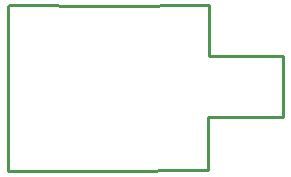
<source format=gko>
G04 Layer: BoardOutlineLayer*
G04 EasyEDA v6.5.37, 2023-10-24 21:26:48*
G04 13e8901b193045539208411a1789d2c4,c6048ea56b6a48849a206ead02f041ac,10*
G04 Gerber Generator version 0.2*
G04 Scale: 100 percent, Rotated: No, Reflected: No *
G04 Dimensions in millimeters *
G04 leading zeros omitted , absolute positions ,4 integer and 5 decimal *
%FSLAX45Y45*%
%MOMM*%

%ADD10C,0.2540*%
D10*
X700023Y8899905D02*
G01*
X1549400Y8890000D01*
X2400300Y8899905D01*
X2400300Y8813800D01*
X2400300Y8470900D01*
X2717800Y8470900D01*
X3022600Y8470900D01*
X3022600Y8229600D01*
X3022600Y7950200D01*
X2387600Y7950200D01*
X2387600Y7505700D01*
X1524000Y7493000D01*
X698500Y7493000D01*
X698500Y8890000D01*

%LPD*%
M02*

</source>
